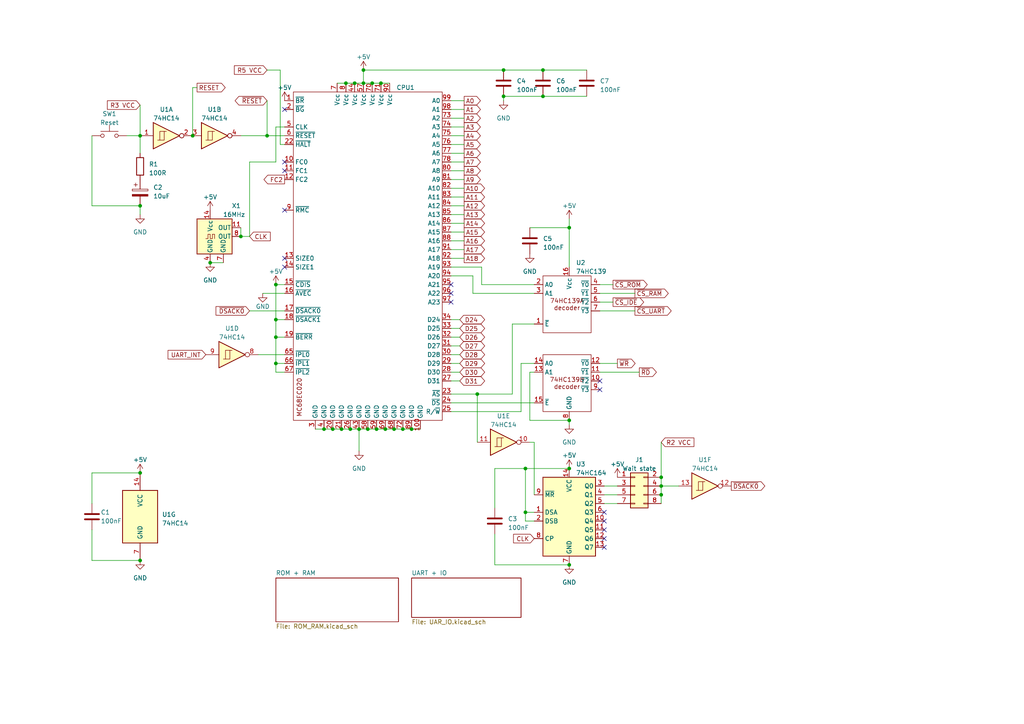
<source format=kicad_sch>
(kicad_sch (version 20230121) (generator eeschema)
  (paper "A4")
  (title_block (title "EC020-SBC") (date "2023-11-23") (rev "V0.12") (company "SVDW") (comment 1 "MC68EC020"))
  (lib_symbols
    (symbol "74xx:74HC14" (pin_names (offset 1.016))
      (property "Reference" "U" (at 0 1.27 0))
      (property "Value" "74HC14" (at 0 -1.27 0))
      (symbol "74HC14_1_0"
        (polyline (pts (xy -3.81 3.81) (xy -3.81 -3.81) (xy 3.81 0) (xy -3.81 3.81)) (stroke (width 0.254)) (fill (type background)))
        (pin input line (at -7.62 0 0) (length 3.81) (name "~") (number "1"))
        (pin output inverted (at 7.62 0 180) (length 3.81) (name "~") (number "2"))
      )
      (symbol "74HC14_1_1"
        (polyline (pts (xy -1.905 -1.27) (xy -1.905 1.27) (xy -0.635 1.27)))
        (polyline (pts (xy -2.54 -1.27) (xy -0.635 -1.27) (xy -0.635 1.27) (xy 0 1.27)))
      )
      (symbol "74HC14_2_0"
        (polyline (pts (xy -3.81 3.81) (xy -3.81 -3.81) (xy 3.81 0) (xy -3.81 3.81)) (stroke (width 0.254)) (fill (type background)))
        (pin input line (at -7.62 0 0) (length 3.81) (name "~") (number "3"))
        (pin output inverted (at 7.62 0 180) (length 3.81) (name "~") (number "4"))
      )
      (symbol "74HC14_2_1"
        (polyline (pts (xy -1.905 -1.27) (xy -1.905 1.27) (xy -0.635 1.27)))
        (polyline (pts (xy -2.54 -1.27) (xy -0.635 -1.27) (xy -0.635 1.27) (xy 0 1.27)))
      )
      (symbol "74HC14_3_0"
        (polyline (pts (xy -3.81 3.81) (xy -3.81 -3.81) (xy 3.81 0) (xy -3.81 3.81)) (stroke (width 0.254)) (fill (type background)))
        (pin input line (at -7.62 0 0) (length 3.81) (name "~") (number "5"))
        (pin output inverted (at 7.62 0 180) (length 3.81) (name "~") (number "6"))
      )
      (symbol "74HC14_3_1"
        (polyline (pts (xy -1.905 -1.27) (xy -1.905 1.27) (xy -0.635 1.27)))
        (polyline (pts (xy -2.54 -1.27) (xy -0.635 -1.27) (xy -0.635 1.27) (xy 0 1.27)))
      )
      (symbol "74HC14_4_0"
        (polyline (pts (xy -3.81 3.81) (xy -3.81 -3.81) (xy 3.81 0) (xy -3.81 3.81)) (stroke (width 0.254)) (fill (type background)))
        (pin output inverted (at 7.62 0 180) (length 3.81) (name "~") (number "8"))
        (pin input line (at -7.62 0 0) (length 3.81) (name "~") (number "9"))
      )
      (symbol "74HC14_4_1"
        (polyline (pts (xy -1.905 -1.27) (xy -1.905 1.27) (xy -0.635 1.27)))
        (polyline (pts (xy -2.54 -1.27) (xy -0.635 -1.27) (xy -0.635 1.27) (xy 0 1.27)))
      )
      (symbol "74HC14_5_0"
        (polyline (pts (xy -3.81 3.81) (xy -3.81 -3.81) (xy 3.81 0) (xy -3.81 3.81)) (stroke (width 0.254)) (fill (type background)))
        (pin output inverted (at 7.62 0 180) (length 3.81) (name "~") (number "10"))
        (pin input line (at -7.62 0 0) (length 3.81) (name "~") (number "11"))
      )
      (symbol "74HC14_5_1"
        (polyline (pts (xy -1.905 -1.27) (xy -1.905 1.27) (xy -0.635 1.27)))
        (polyline (pts (xy -2.54 -1.27) (xy -0.635 -1.27) (xy -0.635 1.27) (xy 0 1.27)))
      )
      (symbol "74HC14_6_0"
        (polyline (pts (xy -3.81 3.81) (xy -3.81 -3.81) (xy 3.81 0) (xy -3.81 3.81)) (stroke (width 0.254)) (fill (type background)))
        (pin output inverted (at 7.62 0 180) (length 3.81) (name "~") (number "12"))
        (pin input line (at -7.62 0 0) (length 3.81) (name "~") (number "13"))
      )
      (symbol "74HC14_6_1"
        (polyline (pts (xy -1.905 -1.27) (xy -1.905 1.27) (xy -0.635 1.27)))
        (polyline (pts (xy -2.54 -1.27) (xy -0.635 -1.27) (xy -0.635 1.27) (xy 0 1.27)))
      )
      (symbol "74HC14_7_0"
        (pin power_in line (at 0 12.7 270) (length 5.08) (name "VCC") (number "14"))
        (pin power_in line (at 0 -12.7 90) (length 5.08) (name "GND") (number "7"))
      )
      (symbol "74HC14_7_1"
        (rectangle (start -5.08 7.62) (end 5.08 -7.62) (stroke (width 0.254)) (fill (type background)))
      )
    )
    (symbol "74xx:74HC164"
      (property "Reference" "U" (at 1.905 -13.97 0))
      (property "Value" "74HC164" (at 1.905 -16.51 0))
      (symbol "74HC164_0_1"
        (rectangle (start 7.62 10.16) (end -7.62 -12.7) (stroke (width 0.254)) (fill (type background)))
      )
      (symbol "74HC164_1_1"
        (pin input line (at -10.16 0 0) (length 2.54) (name "DSA") (number "1"))
        (pin output line (at 10.16 -2.54 180) (length 2.54) (name "Q4") (number "10"))
        (pin output line (at 10.16 -5.08 180) (length 2.54) (name "Q5") (number "11"))
        (pin output line (at 10.16 -7.62 180) (length 2.54) (name "Q6") (number "12"))
        (pin output line (at 10.16 -10.16 180) (length 2.54) (name "Q7") (number "13"))
        (pin power_in line (at 0 12.7 270) (length 2.54) (name "VCC") (number "14"))
        (pin input line (at -10.16 -2.54 0) (length 2.54) (name "DSB") (number "2"))
        (pin output line (at 10.16 7.62 180) (length 2.54) (name "Q0") (number "3"))
        (pin output line (at 10.16 5.08 180) (length 2.54) (name "Q1") (number "4"))
        (pin output line (at 10.16 2.54 180) (length 2.54) (name "Q2") (number "5"))
        (pin output line (at 10.16 0 180) (length 2.54) (name "Q3") (number "6"))
        (pin power_in line (at 0 -15.24 90) (length 2.54) (name "GND") (number "7"))
        (pin input line (at -10.16 -7.62 0) (length 2.54) (name "CP") (number "8"))
        (pin input line (at -10.16 5.08 0) (length 2.54) (name "~{MR}") (number "9"))
      )
    )
    (symbol "Connector_Generic:Conn_02x04_Odd_Even" (pin_names (offset 1.016) hide)
      (property "Reference" "J" (at 1.27 5.08 0))
      (property "Value" "Conn_02x04_Odd_Even" (at 1.27 -7.62 0))
      (symbol "Conn_02x04_Odd_Even_1_1"
        (rectangle (start -1.27 -4.953) (end 0 -5.207) (stroke (width 0.1524)))
        (rectangle (start -1.27 -2.413) (end 0 -2.667) (stroke (width 0.1524)))
        (rectangle (start -1.27 0.127) (end 0 -0.127) (stroke (width 0.1524)))
        (rectangle (start -1.27 2.667) (end 0 2.413) (stroke (width 0.1524)))
        (rectangle (start -1.27 3.81) (end 3.81 -6.35) (stroke (width 0.254)) (fill (type background)))
        (rectangle (start 3.81 -4.953) (end 2.54 -5.207) (stroke (width 0.1524)))
        (rectangle (start 3.81 -2.413) (end 2.54 -2.667) (stroke (width 0.1524)))
        (rectangle (start 3.81 0.127) (end 2.54 -0.127) (stroke (width 0.1524)))
        (rectangle (start 3.81 2.667) (end 2.54 2.413) (stroke (width 0.1524)))
        (pin passive line (at -5.08 2.54 0) (length 3.81) (name "Pin_1") (number "1"))
        (pin passive line (at 7.62 2.54 180) (length 3.81) (name "Pin_2") (number "2"))
        (pin passive line (at -5.08 0 0) (length 3.81) (name "Pin_3") (number "3"))
        (pin passive line (at 7.62 0 180) (length 3.81) (name "Pin_4") (number "4"))
        (pin passive line (at -5.08 -2.54 0) (length 3.81) (name "Pin_5") (number "5"))
        (pin passive line (at 7.62 -2.54 180) (length 3.81) (name "Pin_6") (number "6"))
        (pin passive line (at -5.08 -5.08 0) (length 3.81) (name "Pin_7") (number "7"))
        (pin passive line (at 7.62 -5.08 180) (length 3.81) (name "Pin_8") (number "8"))
      )
    )
    (symbol "Device:C" (pin_numbers hide) (pin_names (offset 0.254))
      (property "Reference" "C" (at 0.635 2.54 0))
      (property "Value" "C" (at 0.635 -2.54 0))
      (symbol "C_0_1"
        (polyline (pts (xy -2.032 -0.762) (xy 2.032 -0.762)) (stroke (width 0.508)))
        (polyline (pts (xy -2.032 0.762) (xy 2.032 0.762)) (stroke (width 0.508)))
      )
      (symbol "C_1_1"
        (pin passive line (at 0 3.81 270) (length 2.794) (name "~") (number "1"))
        (pin passive line (at 0 -3.81 90) (length 2.794) (name "~") (number "2"))
      )
    )
    (symbol "Device:C_Polarized" (pin_numbers hide) (pin_names (offset 0.254))
      (property "Reference" "C" (at 0.635 2.54 0))
      (property "Value" "C_Polarized" (at 0.635 -2.54 0))
      (symbol "C_Polarized_0_1"
        (rectangle (start -2.286 0.508) (end 2.286 1.016))
        (polyline (pts (xy -1.778 2.286) (xy -0.762 2.286)))
        (polyline (pts (xy -1.27 2.794) (xy -1.27 1.778)))
        (rectangle (start 2.286 -0.508) (end -2.286 -1.016) (fill (type outline)))
      )
      (symbol "C_Polarized_1_1"
        (pin passive line (at 0 3.81 270) (length 2.794) (name "~") (number "1"))
        (pin passive line (at 0 -3.81 90) (length 2.794) (name "~") (number "2"))
      )
    )
    (symbol "Device:R" (pin_numbers hide) (pin_names (offset 0))
      (property "Reference" "R" (at 2.032 0 90))
      (property "Value" "R" (at 0 0 90))
      (symbol "R_0_1"
        (rectangle (start -1.016 -2.54) (end 1.016 2.54) (stroke (width 0.254)))
      )
      (symbol "R_1_1"
        (pin passive line (at 0 3.81 270) (length 1.27) (name "~") (number "1"))
        (pin passive line (at 0 -3.81 90) (length 1.27) (name "~") (number "2"))
      )
    )
    (symbol "Oscillator:ACO-xxxMHz" (pin_names (offset 0.254))
      (property "Reference" "X" (at -5.08 6.35 0))
      (property "Value" "ACO-xxxMHz" (at 1.27 -6.35 0))
      (symbol "ACO-xxxMHz_0_1"
        (rectangle (start -5.08 5.08) (end 5.08 -5.08) (stroke (width 0.254)) (fill (type background)))
        (polyline (pts (xy -2.54 -0.635) (xy -1.905 -0.635) (xy -1.905 0.635) (xy -1.27 0.635) (xy -1.27 -0.635) (xy -0.635 -0.635) (xy -0.635 0.635) (xy 0 0.635) (xy 0 -0.635)))
      )
      (symbol "ACO-xxxMHz_1_1"
        (pin no_connect line (at -5.08 1.27 0) (length 2.54) hide (name "NC") (number "1"))
        (pin tri_state line (at 7.62 2.54 180) (length 2.54) (name "OUT") (number "11"))
        (pin power_in line (at -1.27 7.62 270) (length 2.54) (name "Vcc") (number "14"))
        (pin power_in line (at -1.27 -7.62 90) (length 2.54) (name "GND") (number "4"))
        (pin power_in line (at 2.54 -7.62 90) (length 2.54) (name "GND") (number "7"))
        (pin tri_state line (at 7.62 0 180) (length 2.54) (name "OUT") (number "8"))
      )
    )
    (symbol "SVW_custom_lib:74HC139"
      (property "Reference" "U" (at 0 0 0))
      (property "Value" "74HC139" (at 0 0 0))
      (symbol "74HC139_0_0"
        (text "" (at -1.27 -21.59 0) (effects (font (size 1.27 1.27))))
        (text "" (at -1.27 1.27 0) (effects (font (size 1.27 1.27))))
        (text_box "74HC139A\ndecoder" (at -7.62 8.89 0) (size 13.97 -16.51) (effects (font (size 1.27 1.27))))
        (text_box "74HC139B\ndecoder" (at -7.62 -13.97 0) (size 13.97 -16.51) (effects (font (size 1.27 1.27))))
      )
      (symbol "74HC139_1_1"
        (pin input line (at -10.16 -5.08 0) (length 2.54) (name "~{E}") (number "1"))
        (pin output line (at 8.89 -21.59 180) (length 2.54) (name "~{Y2}") (number "10"))
        (pin output line (at 8.89 -19.05 180) (length 2.54) (name "~{Y1}") (number "11"))
        (pin output line (at 8.89 -16.51 180) (length 2.54) (name "~{Y0}") (number "12"))
        (pin input line (at -10.16 -19.05 0) (length 2.54) (name "A1") (number "13"))
        (pin input line (at -10.16 -16.51 0) (length 2.54) (name "A0") (number "14"))
        (pin input line (at -10.16 -27.94 0) (length 2.54) (name "~{E}") (number "15"))
        (pin power_in line (at 0 11.43 270) (length 2.54) (name "Vcc") (number "16"))
        (pin input line (at -10.16 6.35 0) (length 2.54) (name "A0") (number "2"))
        (pin input line (at -10.16 3.81 0) (length 2.54) (name "A1") (number "3"))
        (pin output line (at 8.89 6.35 180) (length 2.54) (name "~{Y0}") (number "4"))
        (pin output line (at 8.89 3.81 180) (length 2.54) (name "~{Y1}") (number "5"))
        (pin output line (at 8.89 1.27 180) (length 2.54) (name "~{Y2}") (number "6"))
        (pin output line (at 8.89 -1.27 180) (length 2.54) (name "~{Y3}") (number "7"))
        (pin power_in line (at 0 -33.02 90) (length 2.54) (name "GND") (number "8"))
        (pin output line (at 8.89 -24.13 180) (length 2.54) (name "~{Y3}") (number "9"))
      )
    )
    (symbol "SVW_custom_lib:MC68EC020"
      (property "Reference" "CPU" (at -17.78 5.08 0))
      (symbol "MC68EC020_0_0"
        (text_box "MC68EC020" (at -20.32 41.91 90) (size 43.18 -95.25) (fill (type color)) (effects (font (size 1.27 1.27)) (justify left top)))
      )
      (symbol "MC68EC020_1_1"
        (pin input line (at -22.86 39.37 0) (length 2.54) (name "~{BR}") (number "1"))
        (pin output line (at -22.86 21.59 0) (length 2.54) (name "FC0") (number "10"))
        (pin power_in line (at 16.51 -55.88 90) (length 2.54) (name "GND") (number "100"))
        (pin output line (at -22.86 19.05 0) (length 2.54) (name "FC1") (number "11"))
        (pin output line (at -22.86 16.51 0) (length 2.54) (name "FC2") (number "12"))
        (pin output line (at -22.86 -6.35 0) (length 2.54) (name "SIZE0") (number "13"))
        (pin output line (at -22.86 -8.89 0) (length 2.54) (name "SIZE1") (number "14"))
        (pin input line (at -22.86 -13.97 0) (length 2.54) (name "~{CDIS}") (number "15"))
        (pin input line (at -22.86 -16.51 0) (length 2.54) (name "~{AVEC}") (number "16"))
        (pin input line (at -22.86 -21.59 0) (length 2.54) (name "~{DSACK0}") (number "17"))
        (pin input line (at -22.86 -24.13 0) (length 2.54) (name "~{DSACK1}") (number "18"))
        (pin input line (at -22.86 -29.21 0) (length 2.54) (name "~{BERR}") (number "19"))
        (pin output line (at -22.86 36.83 0) (length 2.54) (name "~{BG}") (number "2"))
        (pin power_in line (at -8.89 -55.88 90) (length 2.54) (name "GND") (number "20"))
        (pin power_in line (at -6.35 -55.88 90) (length 2.54) (name "GND") (number "21"))
        (pin bidirectional line (at -22.86 26.67 0) (length 2.54) (name "~{HALT}") (number "22"))
        (pin output line (at 25.4 -45.72 180) (length 2.54) (name "~{AS}") (number "23"))
        (pin output line (at 25.4 -48.26 180) (length 2.54) (name "~{DS}") (number "24"))
        (pin output line (at 25.4 -50.8 180) (length 2.54) (name "R/~{W}") (number "25"))
        (pin power_in line (at -3.81 -55.88 90) (length 2.54) (name "GND") (number "26"))
        (pin bidirectional line (at 25.4 -41.91 180) (length 2.54) (name "D31") (number "27"))
        (pin bidirectional line (at 25.4 -39.37 180) (length 2.54) (name "D30") (number "28"))
        (pin bidirectional line (at 25.4 -36.83 180) (length 2.54) (name "D29") (number "29"))
        (pin power_in line (at -13.97 -55.88 90) (length 2.54) (name "GND") (number "3"))
        (pin bidirectional line (at 25.4 -34.29 180) (length 2.54) (name "D28") (number "30"))
        (pin bidirectional line (at 25.4 -31.75 180) (length 2.54) (name "D27") (number "31"))
        (pin bidirectional line (at 25.4 -29.21 180) (length 2.54) (name "D26") (number "32"))
        (pin bidirectional line (at 25.4 -26.67 180) (length 2.54) (name "D25") (number "33"))
        (pin bidirectional line (at 25.4 -24.13 180) (length 2.54) (name "D24") (number "34"))
        (pin power_in line (at -11.43 -55.88 90) (length 2.54) (name "GND") (number "4"))
        (pin power_in line (at -1.27 -55.88 90) (length 2.54) (name "GND") (number "43"))
        (pin power_in line (at -2.54 44.45 270) (length 2.54) (name "Vcc") (number "44"))
        (pin input line (at -22.86 31.75 0) (length 2.54) (name "CLK") (number "5"))
        (pin power_in line (at 0 44.45 270) (length 2.54) (name "Vcc") (number "57"))
        (pin power_in line (at 1.27 -55.88 90) (length 2.54) (name "GND") (number "58"))
        (pin power_in line (at 3.81 -55.88 90) (length 2.54) (name "GND") (number "59"))
        (pin bidirectional line (at -22.86 29.21 0) (length 2.54) (name "~{RESET}") (number "6"))
        (pin input line (at -22.86 -34.29 0) (length 2.54) (name "~{IPL0}") (number "65"))
        (pin input line (at -22.86 -36.83 0) (length 2.54) (name "~{IPL1}") (number "66"))
        (pin input line (at -22.86 -39.37 0) (length 2.54) (name "~{IPL2}") (number "67"))
        (pin power_in line (at 8.89 -55.88 90) (length 2.54) (name "GND") (number "68"))
        (pin power_in line (at 6.35 -55.88 90) (length 2.54) (name "GND") (number "69"))
        (pin power_in line (at -7.62 44.45 270) (length 2.54) (name "Vcc") (number "7"))
        (pin power_in line (at 2.54 44.45 270) (length 2.54) (name "Vcc") (number "70"))
        (pin power_in line (at 5.08 44.45 270) (length 2.54) (name "Vcc") (number "71"))
        (pin power_in line (at 11.43 -55.88 90) (length 2.54) (name "GND") (number "72"))
        (pin output line (at 25.4 34.29 180) (length 2.54) (name "A2") (number "73"))
        (pin output line (at 25.4 31.75 180) (length 2.54) (name "A3") (number "74"))
        (pin output line (at 25.4 29.21 180) (length 2.54) (name "A4") (number "75"))
        (pin output line (at 25.4 26.67 180) (length 2.54) (name "A5") (number "76"))
        (pin output line (at 25.4 24.13 180) (length 2.54) (name "A6") (number "77"))
        (pin output line (at 25.4 21.59 180) (length 2.54) (name "A7") (number "78"))
        (pin power_in line (at -5.08 44.45 270) (length 2.54) (name "Vcc") (number "8"))
        (pin output line (at 25.4 19.05 180) (length 2.54) (name "A8") (number "80"))
        (pin output line (at 25.4 16.51 180) (length 2.54) (name "A9") (number "81"))
        (pin output line (at 25.4 13.97 180) (length 2.54) (name "A10") (number "82"))
        (pin output line (at 25.4 11.43 180) (length 2.54) (name "A11") (number "83"))
        (pin output line (at 25.4 8.89 180) (length 2.54) (name "A12") (number "84"))
        (pin output line (at 25.4 6.35 180) (length 2.54) (name "A13") (number "85"))
        (pin output line (at 25.4 3.81 180) (length 2.54) (name "A14") (number "86"))
        (pin output line (at 25.4 1.27 180) (length 2.54) (name "A15") (number "87"))
        (pin output line (at 25.4 -1.27 180) (length 2.54) (name "A16") (number "88"))
        (pin power_in line (at 13.97 -55.88 90) (length 2.54) (name "GND") (number "89"))
        (pin output line (at -22.86 7.62 0) (length 2.54) (name "~{RMC}") (number "9"))
        (pin power_in line (at 7.62 44.45 270) (length 2.54) (name "Vcc") (number "90"))
        (pin output line (at 25.4 -3.81 180) (length 2.54) (name "A17") (number "91"))
        (pin output line (at 25.4 -6.35 180) (length 2.54) (name "A18") (number "92"))
        (pin output line (at 25.4 -8.89 180) (length 2.54) (name "A19") (number "93"))
        (pin output line (at 25.4 -11.43 180) (length 2.54) (name "A20") (number "94"))
        (pin output line (at 25.4 -13.97 180) (length 2.54) (name "A21") (number "95"))
        (pin output line (at 25.4 -16.51 180) (length 2.54) (name "A22") (number "96"))
        (pin output line (at 25.4 -19.05 180) (length 2.54) (name "A23") (number "97"))
        (pin output line (at 25.4 36.83 180) (length 2.54) (name "A1") (number "98"))
        (pin output line (at 25.4 39.37 180) (length 2.54) (name "A0") (number "99"))
      )
    )
    (symbol "Switch:SW_Push" (pin_numbers hide) (pin_names (offset 1.016) hide)
      (property "Reference" "SW" (at 1.27 2.54 0))
      (property "Value" "SW_Push" (at 0 -1.524 0))
      (symbol "SW_Push_0_1"
        (circle (center -2.032 0) (radius 0.508))
        (polyline (pts (xy 0 1.27) (xy 0 3.048)))
        (polyline (pts (xy 2.54 1.27) (xy -2.54 1.27)))
        (circle (center 2.032 0) (radius 0.508))
        (pin passive line (at -5.08 0 0) (length 2.54) (name "1") (number "1"))
        (pin passive line (at 5.08 0 180) (length 2.54) (name "2") (number "2"))
      )
    )
    (symbol "power:+5V" (power) (pin_names (offset 0))
      (property "Value" "+5V" (at 0 3.556 0))
      (symbol "+5V_0_1"
        (polyline (pts (xy -0.762 1.27) (xy 0 2.54)))
        (polyline (pts (xy 0 0) (xy 0 2.54)))
        (polyline (pts (xy 0 2.54) (xy 0.762 1.27)))
      )
      (symbol "+5V_1_1"
        (pin power_in line (at 0 0 90) (length 0) hide (name "+5V") (number "1"))
      )
    )
    (symbol "power:GND" (power) (pin_names (offset 0))
      (property "Value" "GND" (at 0 -3.81 0))
      (symbol "GND_0_1"
        (polyline (pts (xy 0 0) (xy 0 -1.27) (xy 1.27 -1.27) (xy 0 -2.54) (xy -1.27 -1.27) (xy 0 -1.27)))
      )
      (symbol "GND_1_1"
        (pin power_in line (at 0 0 270) (length 0) hide (name "GND") (number "1"))
      )
    )
  )
  (junction (at 80.01 92.71))
  (junction (at 40.64 39.37))
  (junction (at 101.6 124.46))
  (junction (at 191.77 143.51))
  (junction (at 191.77 138.43))
  (junction (at 146.05 27.94))
  (junction (at 152.4 148.59))
  (junction (at 40.64 59.69))
  (junction (at 40.64 162.56))
  (junction (at 165.1 66.04))
  (junction (at 146.05 20.32))
  (junction (at 93.98 124.46))
  (junction (at 191.77 140.97))
  (junction (at 80.01 105.41))
  (junction (at 105.41 20.32))
  (junction (at 157.48 27.94))
  (junction (at 102.87 24.13))
  (junction (at 105.41 24.13))
  (junction (at 80.01 82.55))
  (junction (at 165.1 135.89))
  (junction (at 109.22 124.46))
  (junction (at 116.84 124.46))
  (junction (at 165.1 121.92))
  (junction (at 100.33 24.13))
  (junction (at 107.95 24.13))
  (junction (at 96.52 124.46))
  (junction (at 138.43 114.3))
  (junction (at 60.96 76.2))
  (junction (at 77.47 39.37))
  (junction (at 114.3 124.46))
  (junction (at 99.06 124.46))
  (junction (at 55.88 39.37))
  (junction (at 80.01 97.79))
  (junction (at 110.49 24.13))
  (junction (at 157.48 20.32))
  (junction (at 40.64 137.16))
  (junction (at 104.14 124.46))
  (junction (at 111.76 124.46))
  (junction (at 119.38 124.46))
  (junction (at 69.85 68.58))
  (junction (at 165.1 163.83))
  (junction (at 106.68 124.46))
  (junction (at 152.4 135.89))
  (no_connect (at 130.81 87.63))
  (no_connect (at 130.81 82.55))
  (no_connect (at 82.55 74.93))
  (no_connect (at 175.26 153.67))
  (no_connect (at 173.99 110.49))
  (no_connect (at 175.26 156.21))
  (no_connect (at 82.55 49.53))
  (no_connect (at 175.26 158.75))
  (no_connect (at 82.55 77.47))
  (no_connect (at 175.26 151.13))
  (no_connect (at 173.99 113.03))
  (no_connect (at 82.55 46.99))
  (no_connect (at 82.55 60.96))
  (no_connect (at 130.81 85.09))
  (no_connect (at 82.55 31.75))
  (no_connect (at 175.26 148.59))
  (wire (pts (xy 130.81 29.21) (xy 134.62 29.21)))
  (wire (pts (xy 173.99 87.63) (xy 177.8 87.63)))
  (wire (pts (xy 130.81 80.01) (xy 137.16 80.01)))
  (wire (pts (xy 137.16 85.09) (xy 154.94 85.09)))
  (wire (pts (xy 191.77 128.27) (xy 191.77 138.43)))
  (wire (pts (xy 130.81 110.49) (xy 133.35 110.49)))
  (wire (pts (xy 154.94 151.13) (xy 152.4 151.13)))
  (wire (pts (xy 146.05 27.94) (xy 146.05 29.21)))
  (wire (pts (xy 110.49 24.13) (xy 113.03 24.13)))
  (wire (pts (xy 175.26 143.51) (xy 179.07 143.51)))
  (wire (pts (xy 102.87 24.13) (xy 105.41 24.13)))
  (wire (pts (xy 173.99 82.55) (xy 177.8 82.55)))
  (wire (pts (xy 130.81 31.75) (xy 134.62 31.75)))
  (wire (pts (xy 130.81 49.53) (xy 134.62 49.53)))
  (wire (pts (xy 100.33 24.13) (xy 102.87 24.13)))
  (wire (pts (xy 130.81 105.41) (xy 133.35 105.41)))
  (wire (pts (xy 82.55 82.55) (xy 80.01 82.55)))
  (wire (pts (xy 81.28 20.32) (xy 81.28 41.91)))
  (wire (pts (xy 153.67 128.27) (xy 154.94 128.27)))
  (wire (pts (xy 116.84 124.46) (xy 119.38 124.46)))
  (wire (pts (xy 104.14 124.46) (xy 106.68 124.46)))
  (wire (pts (xy 80.01 107.95) (xy 82.55 107.95)))
  (wire (pts (xy 69.85 39.37) (xy 77.47 39.37)))
  (wire (pts (xy 173.99 85.09) (xy 184.15 85.09)))
  (wire (pts (xy 72.39 90.17) (xy 82.55 90.17)))
  (wire (pts (xy 60.96 76.2) (xy 64.77 76.2)))
  (wire (pts (xy 165.1 121.92) (xy 165.1 123.19)))
  (wire (pts (xy 106.68 124.46) (xy 109.22 124.46)))
  (wire (pts (xy 173.99 105.41) (xy 179.07 105.41)))
  (wire (pts (xy 109.22 124.46) (xy 111.76 124.46)))
  (wire (pts (xy 130.81 52.07) (xy 134.62 52.07)))
  (wire (pts (xy 139.7 82.55) (xy 154.94 82.55)))
  (wire (pts (xy 80.01 82.55) (xy 80.01 92.71)))
  (wire (pts (xy 130.81 100.33) (xy 133.35 100.33)))
  (wire (pts (xy 148.59 114.3) (xy 148.59 93.98)))
  (wire (pts (xy 80.01 105.41) (xy 80.01 107.95)))
  (wire (pts (xy 151.13 105.41) (xy 151.13 119.38)))
  (wire (pts (xy 154.94 128.27) (xy 154.94 143.51)))
  (wire (pts (xy 40.64 39.37) (xy 40.64 44.45)))
  (wire (pts (xy 137.16 85.09) (xy 137.16 80.01)))
  (wire (pts (xy 175.26 146.05) (xy 179.07 146.05)))
  (wire (pts (xy 130.81 44.45) (xy 134.62 44.45)))
  (wire (pts (xy 82.55 92.71) (xy 80.01 92.71)))
  (wire (pts (xy 26.67 162.56) (xy 26.67 153.67)))
  (wire (pts (xy 157.48 20.32) (xy 170.18 20.32)))
  (wire (pts (xy 80.01 46.99) (xy 72.39 46.99)))
  (wire (pts (xy 154.94 105.41) (xy 151.13 105.41)))
  (wire (pts (xy 157.48 27.94) (xy 170.18 27.94)))
  (wire (pts (xy 77.47 39.37) (xy 82.55 39.37)))
  (wire (pts (xy 143.51 147.32) (xy 143.51 135.89)))
  (wire (pts (xy 152.4 148.59) (xy 152.4 135.89)))
  (wire (pts (xy 130.81 95.25) (xy 133.35 95.25)))
  (wire (pts (xy 130.81 92.71) (xy 133.35 92.71)))
  (wire (pts (xy 80.01 97.79) (xy 80.01 105.41)))
  (wire (pts (xy 130.81 116.84) (xy 154.94 116.84)))
  (wire (pts (xy 146.05 27.94) (xy 157.48 27.94)))
  (wire (pts (xy 81.28 20.32) (xy 77.47 20.32)))
  (wire (pts (xy 105.41 24.13) (xy 107.95 24.13)))
  (wire (pts (xy 74.93 102.87) (xy 82.55 102.87)))
  (wire (pts (xy 153.67 121.92) (xy 165.1 121.92)))
  (wire (pts (xy 130.81 114.3) (xy 138.43 114.3)))
  (wire (pts (xy 72.39 46.99) (xy 72.39 68.58)))
  (wire (pts (xy 82.55 97.79) (xy 80.01 97.79)))
  (wire (pts (xy 111.76 124.46) (xy 114.3 124.46)))
  (wire (pts (xy 191.77 140.97) (xy 196.85 140.97)))
  (wire (pts (xy 130.81 41.91) (xy 134.62 41.91)))
  (wire (pts (xy 72.39 68.58) (xy 69.85 68.58)))
  (wire (pts (xy 81.28 41.91) (xy 82.55 41.91)))
  (wire (pts (xy 130.81 77.47) (xy 139.7 77.47)))
  (wire (pts (xy 143.51 163.83) (xy 165.1 163.83)))
  (wire (pts (xy 130.81 119.38) (xy 151.13 119.38)))
  (wire (pts (xy 55.88 25.4) (xy 57.15 25.4)))
  (wire (pts (xy 91.44 124.46) (xy 93.98 124.46)))
  (wire (pts (xy 40.64 162.56) (xy 26.67 162.56)))
  (wire (pts (xy 105.41 20.32) (xy 105.41 24.13)))
  (wire (pts (xy 143.51 154.94) (xy 143.51 163.83)))
  (wire (pts (xy 36.83 39.37) (xy 40.64 39.37)))
  (wire (pts (xy 138.43 114.3) (xy 148.59 114.3)))
  (wire (pts (xy 130.81 72.39) (xy 134.62 72.39)))
  (wire (pts (xy 130.81 59.69) (xy 134.62 59.69)))
  (wire (pts (xy 130.81 62.23) (xy 134.62 62.23)))
  (wire (pts (xy 130.81 67.31) (xy 134.62 67.31)))
  (wire (pts (xy 153.67 66.04) (xy 165.1 66.04)))
  (wire (pts (xy 173.99 90.17) (xy 184.15 90.17)))
  (wire (pts (xy 40.64 59.69) (xy 40.64 62.23)))
  (wire (pts (xy 96.52 124.46) (xy 99.06 124.46)))
  (wire (pts (xy 54.61 39.37) (xy 55.88 39.37)))
  (wire (pts (xy 148.59 93.98) (xy 154.94 93.98)))
  (wire (pts (xy 130.81 54.61) (xy 134.62 54.61)))
  (wire (pts (xy 99.06 124.46) (xy 101.6 124.46)))
  (wire (pts (xy 26.67 59.69) (xy 40.64 59.69)))
  (wire (pts (xy 80.01 36.83) (xy 80.01 46.99)))
  (wire (pts (xy 175.26 140.97) (xy 179.07 140.97)))
  (wire (pts (xy 130.81 74.93) (xy 134.62 74.93)))
  (wire (pts (xy 26.67 39.37) (xy 26.67 59.69)))
  (wire (pts (xy 93.98 124.46) (xy 96.52 124.46)))
  (wire (pts (xy 143.51 135.89) (xy 152.4 135.89)))
  (wire (pts (xy 130.81 39.37) (xy 134.62 39.37)))
  (wire (pts (xy 101.6 124.46) (xy 104.14 124.46)))
  (wire (pts (xy 153.67 107.95) (xy 153.67 121.92)))
  (wire (pts (xy 139.7 77.47) (xy 139.7 82.55)))
  (wire (pts (xy 105.41 20.32) (xy 146.05 20.32)))
  (wire (pts (xy 130.81 97.79) (xy 133.35 97.79)))
  (wire (pts (xy 146.05 20.32) (xy 157.48 20.32)))
  (wire (pts (xy 104.14 124.46) (xy 104.14 130.81)))
  (wire (pts (xy 191.77 138.43) (xy 191.77 140.97)))
  (wire (pts (xy 26.67 137.16) (xy 26.67 146.05)))
  (wire (pts (xy 191.77 143.51) (xy 191.77 146.05)))
  (wire (pts (xy 76.2 85.09) (xy 82.55 85.09)))
  (wire (pts (xy 40.64 30.48) (xy 40.64 39.37)))
  (wire (pts (xy 114.3 124.46) (xy 116.84 124.46)))
  (wire (pts (xy 165.1 63.5) (xy 165.1 66.04)))
  (wire (pts (xy 152.4 135.89) (xy 165.1 135.89)))
  (wire (pts (xy 40.64 137.16) (xy 26.67 137.16)))
  (wire (pts (xy 130.81 36.83) (xy 134.62 36.83)))
  (wire (pts (xy 130.81 107.95) (xy 133.35 107.95)))
  (wire (pts (xy 97.79 24.13) (xy 100.33 24.13)))
  (wire (pts (xy 138.43 114.3) (xy 138.43 128.27)))
  (wire (pts (xy 165.1 66.04) (xy 165.1 77.47)))
  (wire (pts (xy 152.4 151.13) (xy 152.4 148.59)))
  (wire (pts (xy 173.99 107.95) (xy 185.42 107.95)))
  (wire (pts (xy 191.77 140.97) (xy 191.77 143.51)))
  (wire (pts (xy 130.81 34.29) (xy 134.62 34.29)))
  (wire (pts (xy 154.94 148.59) (xy 152.4 148.59)))
  (wire (pts (xy 69.85 66.04) (xy 69.85 68.58)))
  (wire (pts (xy 80.01 92.71) (xy 80.01 97.79)))
  (wire (pts (xy 107.95 24.13) (xy 110.49 24.13)))
  (wire (pts (xy 154.94 107.95) (xy 153.67 107.95)))
  (wire (pts (xy 130.81 69.85) (xy 134.62 69.85)))
  (wire (pts (xy 82.55 105.41) (xy 80.01 105.41)))
  (wire (pts (xy 119.38 124.46) (xy 121.92 124.46)))
  (wire (pts (xy 55.88 25.4) (xy 55.88 39.37)))
  (wire (pts (xy 82.55 36.83) (xy 80.01 36.83)))
  (wire (pts (xy 77.47 29.21) (xy 77.47 39.37)))
  (wire (pts (xy 130.81 57.15) (xy 134.62 57.15)))
  (wire (pts (xy 130.81 46.99) (xy 134.62 46.99)))
  (wire (pts (xy 130.81 64.77) (xy 134.62 64.77)))
  (wire (pts (xy 130.81 102.87) (xy 133.35 102.87)))
  (global_label "~{WR}" (shape output) (at 179.07 105.41 0) (property "Intersheetrefs" "${INTERSHEET_REFS}" (effects hide)))
  (global_label "D24" (shape bidirectional) (at 133.35 92.71 0) (property "Intersheetrefs" "${INTERSHEET_REFS}" (effects hide)))
  (global_label "FC2" (shape output) (at 82.55 52.07 180) (property "Intersheetrefs" "${INTERSHEET_REFS}" (effects hide)))
  (global_label "CLK" (shape input) (at 154.94 156.21 180) (property "Intersheetrefs" "${INTERSHEET_REFS}" (effects hide)))
  (global_label "~{DSACK0}" (shape output) (at 212.09 140.97 0) (property "Intersheetrefs" "${INTERSHEET_REFS}" (effects hide)))
  (global_label "~{RD}" (shape output) (at 185.42 107.95 0) (property "Intersheetrefs" "${INTERSHEET_REFS}" (effects hide)))
  (global_label "A8" (shape output) (at 134.62 49.53 0) (property "Intersheetrefs" "${INTERSHEET_REFS}" (effects hide)))
  (global_label "~{RESET}" (shape bidirectional) (at 77.47 29.21 180) (property "Intersheetrefs" "${INTERSHEET_REFS}" (effects hide)))
  (global_label "~{CS_IDE}" (shape output) (at 177.8 87.63 0) (property "Intersheetrefs" "${INTERSHEET_REFS}" (effects hide)))
  (global_label "A1" (shape output) (at 134.62 31.75 0) (property "Intersheetrefs" "${INTERSHEET_REFS}" (effects hide)))
  (global_label "A12" (shape output) (at 134.62 59.69 0) (property "Intersheetrefs" "${INTERSHEET_REFS}" (effects hide)))
  (global_label "A4" (shape output) (at 134.62 39.37 0) (property "Intersheetrefs" "${INTERSHEET_REFS}" (effects hide)))
  (global_label "A10" (shape output) (at 134.62 54.61 0) (property "Intersheetrefs" "${INTERSHEET_REFS}" (effects hide)))
  (global_label "A5" (shape output) (at 134.62 41.91 0) (property "Intersheetrefs" "${INTERSHEET_REFS}" (effects hide)))
  (global_label "A3" (shape output) (at 134.62 36.83 0) (property "Intersheetrefs" "${INTERSHEET_REFS}" (effects hide)))
  (global_label "R3 VCC" (shape input) (at 40.64 30.48 180) (property "Intersheetrefs" "${INTERSHEET_REFS}" (effects hide)))
  (global_label "A13" (shape output) (at 134.62 62.23 0) (property "Intersheetrefs" "${INTERSHEET_REFS}" (effects hide)))
  (global_label "A0" (shape output) (at 134.62 29.21 0) (property "Intersheetrefs" "${INTERSHEET_REFS}" (effects hide)))
  (global_label "D25" (shape bidirectional) (at 133.35 95.25 0) (property "Intersheetrefs" "${INTERSHEET_REFS}" (effects hide)))
  (global_label "A2" (shape output) (at 134.62 34.29 0) (property "Intersheetrefs" "${INTERSHEET_REFS}" (effects hide)))
  (global_label "UART_INT" (shape input) (at 59.69 102.87 180) (property "Intersheetrefs" "${INTERSHEET_REFS}" (effects hide)))
  (global_label "RESET" (shape output) (at 57.15 25.4 0) (property "Intersheetrefs" "${INTERSHEET_REFS}" (effects hide)))
  (global_label "A15" (shape output) (at 134.62 67.31 0) (property "Intersheetrefs" "${INTERSHEET_REFS}" (effects hide)))
  (global_label "D29" (shape bidirectional) (at 133.35 105.41 0) (property "Intersheetrefs" "${INTERSHEET_REFS}" (effects hide)))
  (global_label "A14" (shape output) (at 134.62 64.77 0) (property "Intersheetrefs" "${INTERSHEET_REFS}" (effects hide)))
  (global_label "A18" (shape output) (at 134.62 74.93 0) (property "Intersheetrefs" "${INTERSHEET_REFS}" (effects hide)))
  (global_label "D27" (shape bidirectional) (at 133.35 100.33 0) (property "Intersheetrefs" "${INTERSHEET_REFS}" (effects hide)))
  (global_label "~{CS_ROM}" (shape output) (at 177.8 82.55 0) (property "Intersheetrefs" "${INTERSHEET_REFS}" (effects hide)))
  (global_label "A7" (shape output) (at 134.62 46.99 0) (property "Intersheetrefs" "${INTERSHEET_REFS}" (effects hide)))
  (global_label "~{DSACK0}" (shape input) (at 72.39 90.17 180) (property "Intersheetrefs" "${INTERSHEET_REFS}" (effects hide)))
  (global_label "D30" (shape bidirectional) (at 133.35 107.95 0) (property "Intersheetrefs" "${INTERSHEET_REFS}" (effects hide)))
  (global_label "A6" (shape output) (at 134.62 44.45 0) (property "Intersheetrefs" "${INTERSHEET_REFS}" (effects hide)))
  (global_label "CLK" (shape input) (at 72.39 68.58 0) (property "Intersheetrefs" "${INTERSHEET_REFS}" (effects hide)))
  (global_label "A16" (shape output) (at 134.62 69.85 0) (property "Intersheetrefs" "${INTERSHEET_REFS}" (effects hide)))
  (global_label "R2 VCC" (shape input) (at 191.77 128.27 0) (property "Intersheetrefs" "${INTERSHEET_REFS}" (effects hide)))
  (global_label "A17" (shape output) (at 134.62 72.39 0) (property "Intersheetrefs" "${INTERSHEET_REFS}" (effects hide)))
  (global_label "~{CS_UART}" (shape output) (at 184.15 90.17 0) (property "Intersheetrefs" "${INTERSHEET_REFS}" (effects hide)))
  (global_label "~{CS_RAM}" (shape output) (at 184.15 85.09 0) (property "Intersheetrefs" "${INTERSHEET_REFS}" (effects hide)))
  (global_label "D26" (shape bidirectional) (at 133.35 97.79 0) (property "Intersheetrefs" "${INTERSHEET_REFS}" (effects hide)))
  (global_label "D28" (shape bidirectional) (at 133.35 102.87 0) (property "Intersheetrefs" "${INTERSHEET_REFS}" (effects hide)))
  (global_label "A11" (shape output) (at 134.62 57.15 0) (property "Intersheetrefs" "${INTERSHEET_REFS}" (effects hide)))
  (global_label "D31" (shape bidirectional) (at 133.35 110.49 0) (property "Intersheetrefs" "${INTERSHEET_REFS}" (effects hide)))
  (global_label "A9" (shape output) (at 134.62 52.07 0) (property "Intersheetrefs" "${INTERSHEET_REFS}" (effects hide)))
  (global_label "R5 VCC" (shape input) (at 77.47 20.32 180) (property "Intersheetrefs" "${INTERSHEET_REFS}" (effects hide)))
  (symbol (lib_id "Device:C_Polarized") (at 40.64 55.88 0) (unit 1)
    (property "Reference" "C2" (at 44.45 54.356 0) (effects (justify left)))
    (property "Value" "10uF" (at 44.45 56.896 0) (effects (justify left)))
    (property "Footprint" "Capacitor_THT:CP_Radial_D4.0mm_P2.00mm" (effects hide))
  )
  (symbol (lib_id "power:+5V") (at 165.1 63.5 0) (unit 1)
    (property "Reference" "#PWR013" (effects hide))
    (property "Value" "+5V" (at 165.1 59.69 0))
  )
  (symbol (lib_id "Device:C") (at 143.51 151.13 0) (unit 1)
    (property "Reference" "C3" (at 147.32 150.495 0) (effects (justify left)))
    (property "Value" "100nF" (at 147.32 153.035 0) (effects (justify left)))
    (property "Footprint" "Capacitor_THT:C_Disc_D7.0mm_W2.5mm_P5.00mm" (effects hide))
  )
  (symbol (lib_id "power:GND") (at 60.96 76.2 0) (unit 1)
    (property "Reference" "#PWR05" (effects hide))
    (property "Value" "GND" (at 60.96 81.28 0))
  )
  (symbol (lib_id "power:+5V") (at 82.55 29.21 0) (unit 1)
    (property "Reference" "#PWR08" (effects hide))
    (property "Value" "+5V" (at 82.55 25.4 0))
  )
  (symbol (lib_id "Device:R") (at 40.64 48.26 0) (unit 1)
    (property "Reference" "R1" (at 43.18 47.625 0) (effects (justify left)))
    (property "Value" "100R" (at 43.18 50.165 0) (effects (justify left)))
    (property "Footprint" "Resistor_THT:R_Axial_DIN0207_L6.3mm_D2.5mm_P10.16mm_Horizontal" (effects hide))
  )
  (symbol (lib_id "power:GND") (at 146.05 29.21 0) (unit 1)
    (property "Reference" "#PWR011" (effects hide))
    (property "Value" "GND" (at 146.05 34.29 0))
  )
  (symbol (lib_id "power:+5V") (at 105.41 20.32 0) (unit 1)
    (property "Reference" "#PWR010" (effects hide))
    (property "Value" "+5V" (at 105.41 16.51 0))
  )
  (symbol (lib_id "Switch:SW_Push") (at 31.75 39.37 0) (unit 1)
    (property "Reference" "SW1" (at 31.75 33.02 0))
    (property "Value" "Reset" (at 31.75 35.56 0))
    (property "Footprint" "Button_Switch_THT:KSA_Tactile_SPST" (effects hide))
  )
  (symbol (lib_id "Device:C") (at 157.48 24.13 0) (unit 1)
    (property "Reference" "C6" (at 161.29 23.495 0) (effects (justify left)))
    (property "Value" "100nF" (at 161.29 26.035 0) (effects (justify left)))
    (property "Footprint" "Capacitor_THT:C_Disc_D7.0mm_W2.5mm_P5.00mm" (effects hide))
  )
  (symbol (lib_id "power:GND") (at 40.64 162.56 0) (unit 1)
    (property "Reference" "#PWR03" (effects hide))
    (property "Value" "GND" (at 40.64 167.64 0))
  )
  (symbol (lib_id "Device:C") (at 170.18 24.13 0) (unit 1)
    (property "Reference" "C7" (at 173.99 23.495 0) (effects (justify left)))
    (property "Value" "100nF" (at 173.99 26.035 0) (effects (justify left)))
    (property "Footprint" "Capacitor_THT:C_Disc_D7.0mm_W2.5mm_P5.00mm" (effects hide))
  )
  (symbol (lib_id "power:+5V") (at 179.07 138.43 0) (unit 1)
    (property "Reference" "#PWR017" (effects hide))
    (property "Value" "+5V" (at 179.07 134.62 0))
  )
  (symbol (lib_id "power:GND") (at 40.64 62.23 0) (unit 1)
    (property "Reference" "#PWR01" (effects hide))
    (property "Value" "GND" (at 40.64 67.31 0))
  )
  (symbol (lib_id "74xx:74HC14") (at 48.26 39.37 0) (unit 1)
    (property "Reference" "U1" (at 48.26 31.75 0))
    (property "Value" "74HC14" (at 48.26 34.29 0))
    (property "Footprint" "Package_DIP:DIP-14_W7.62mm_Socket_LongPads" (effects hide))
    (property "Datasheet" "http://www.ti.com/lit/gpn/sn74HC14" (effects hide))
  )
  (symbol (lib_id "power:+5V") (at 80.01 82.55 0) (unit 1)
    (property "Reference" "#PWR07" (effects hide))
    (property "Value" "+5V" (at 80.01 78.74 0))
  )
  (symbol (lib_id "Device:C") (at 26.67 149.86 0) (unit 1)
    (property "Reference" "C1" (at 29.21 148.59 0) (effects (justify left)))
    (property "Value" "100nF" (at 29.21 151.13 0) (effects (justify left)))
    (property "Footprint" "Capacitor_THT:C_Disc_D7.0mm_W2.5mm_P5.00mm" (effects hide))
  )
  (symbol (lib_id "SVW_custom_lib:MC68EC020") (at 105.41 68.58 0) (unit 1)
    (property "Reference" "CPU1" (at 114.9859 25.4 0) (effects (justify left)))
    (property "Value" "MC68EC020" (effects hide))
    (property "Footprint" "Package_QFP:PQFP-100_14x20mm_P0.65mm" (effects hide))
  )
  (symbol (lib_id "power:GND") (at 165.1 123.19 0) (unit 1)
    (property "Reference" "#PWR014" (effects hide))
    (property "Value" "GND" (at 165.1 128.27 0))
  )
  (symbol (lib_id "power:GND") (at 165.1 163.83 0) (unit 1)
    (property "Reference" "#PWR016" (effects hide))
    (property "Value" "GND" (at 165.1 168.91 0))
  )
  (symbol (lib_id "power:GND") (at 104.14 130.81 0) (unit 1)
    (property "Reference" "#PWR09" (effects hide))
    (property "Value" "GND" (at 104.14 135.89 0))
  )
  (symbol (lib_id "74xx:74HC14") (at 40.64 149.86 0) (unit 7)
    (property "Reference" "U1" (at 46.99 149.225 0) (effects (justify left)))
    (property "Value" "74HC14" (at 46.99 151.765 0) (effects (justify left)))
    (property "Footprint" "Package_DIP:DIP-14_W7.62mm_Socket_LongPads" (effects hide))
    (property "Datasheet" "http://www.ti.com/lit/gpn/sn74HC14" (effects hide))
  )
  (symbol (lib_id "Connector_Generic:Conn_02x04_Odd_Even") (at 184.15 140.97 0) (unit 1)
    (property "Reference" "J1" (at 185.42 133.35 0))
    (property "Value" "Wait state" (at 185.42 135.89 0))
    (property "Footprint" "Connector_PinHeader_2.54mm:PinHeader_2x04_P2.54mm_Vertical" (effects hide))
  )
  (symbol (lib_id "74xx:74HC164") (at 165.1 148.59 0) (unit 1)
    (property "Reference" "U3" (at 167.0559 134.62 0) (effects (justify left)))
    (property "Value" "74HC164" (at 167.0559 137.16 0) (effects (justify left)))
    (property "Footprint" "Package_DIP:DIP-14_W7.62mm_Socket_LongPads" (effects hide))
    (property "Datasheet" "https://assets.nexperia.com/documents/data-sheet/74HC_HCT164.pdf" (effects hide))
  )
  (symbol (lib_id "74xx:74HC14") (at 204.47 140.97 0) (unit 6)
    (property "Reference" "U1" (at 204.47 133.35 0))
    (property "Value" "74HC14" (at 204.47 135.89 0))
    (property "Footprint" "Package_DIP:DIP-14_W7.62mm_Socket_LongPads" (effects hide))
    (property "Datasheet" "http://www.ti.com/lit/gpn/sn74HC14" (effects hide))
  )
  (symbol (lib_id "Oscillator:ACO-xxxMHz") (at 62.23 68.58 0) (unit 1)
    (property "Reference" "X1" (at 69.85 59.69 0) (effects (justify right)))
    (property "Value" "16MHz" (at 71.12 62.23 0) (effects (justify right)))
    (property "Footprint" "Oscillator:Oscillator_DIP-8+DIP-14_LargePads_SVW" (effects hide))
    (property "Datasheet" "http://www.conwin.com/datasheets/cx/cx030.pdf" (effects hide))
  )
  (symbol (lib_id "Device:C") (at 146.05 24.13 0) (unit 1)
    (property "Reference" "C4" (at 149.86 23.495 0) (effects (justify left)))
    (property "Value" "100nF" (at 149.86 26.035 0) (effects (justify left)))
    (property "Footprint" "Capacitor_THT:C_Disc_D7.0mm_W2.5mm_P5.00mm" (effects hide))
  )
  (symbol (lib_id "Device:C") (at 153.67 69.85 0) (unit 1)
    (property "Reference" "C5" (at 157.48 69.215 0) (effects (justify left)))
    (property "Value" "100nF" (at 157.48 71.755 0) (effects (justify left)))
    (property "Footprint" "Capacitor_THT:C_Disc_D7.0mm_W2.5mm_P5.00mm" (effects hide))
  )
  (symbol (lib_id "power:+5V") (at 165.1 135.89 0) (unit 1)
    (property "Reference" "#PWR015" (effects hide))
    (property "Value" "+5V" (at 165.1 132.08 0))
  )
  (symbol (lib_id "74xx:74HC14") (at 67.31 102.87 0) (unit 4)
    (property "Reference" "U1" (at 67.31 95.25 0))
    (property "Value" "74HC14" (at 67.31 97.79 0))
    (property "Footprint" "Package_DIP:DIP-14_W7.62mm_Socket_LongPads" (effects hide))
    (property "Datasheet" "http://www.ti.com/lit/gpn/sn74HC14" (effects hide))
  )
  (symbol (lib_id "power:+5V") (at 40.64 137.16 0) (unit 1)
    (property "Reference" "#PWR02" (effects hide))
    (property "Value" "+5V" (at 40.64 133.35 0))
  )
  (symbol (lib_id "74xx:74HC14") (at 146.05 128.27 0) (unit 5)
    (property "Reference" "U1" (at 146.05 120.65 0))
    (property "Value" "74HC14" (at 146.05 123.19 0))
    (property "Footprint" "Package_DIP:DIP-14_W7.62mm_Socket_LongPads" (effects hide))
    (property "Datasheet" "http://www.ti.com/lit/gpn/sn74HC14" (effects hide))
  )
  (symbol (lib_id "power:+5V") (at 60.96 60.96 0) (unit 1)
    (property "Reference" "#PWR04" (effects hide))
    (property "Value" "+5V" (at 60.96 57.15 0))
  )
  (symbol (lib_id "SVW_custom_lib:74HC139") (at 165.1 88.9 0) (unit 1)
    (property "Reference" "U2" (at 167.0559 76.2 0) (effects (justify left)))
    (property "Value" "74HC139" (at 167.0559 78.74 0) (effects (justify left)))
    (property "Footprint" "Package_DIP:DIP-16_W7.62mm_Socket_LongPads" (effects hide))
  )
  (symbol (lib_id "74xx:74HC14") (at 62.23 39.37 0) (unit 2)
    (property "Reference" "U1" (at 62.23 31.75 0))
    (property "Value" "74HC14" (at 62.23 34.29 0))
    (property "Footprint" "Package_DIP:DIP-14_W7.62mm_Socket_LongPads" (effects hide))
    (property "Datasheet" "http://www.ti.com/lit/gpn/sn74HC14" (effects hide))
  )
  (symbol (lib_id "power:GND") (at 76.2 85.09 0) (unit 1)
    (property "Reference" "#PWR06" (effects hide))
    (property "Value" "GND" (at 76.2 88.9 0))
  )
  (symbol (lib_id "power:GND") (at 153.67 73.66 0) (unit 1)
    (property "Reference" "#PWR012" (effects hide))
    (property "Value" "GND" (at 153.67 78.74 0))
  )
  (sheet (at 80.01 167.64) (size 35.56 12.7) (stroke (width 0.1524))
    (property "Sheetname" "ROM + RAM" (at 80.01 166.9284 0) (effects (justify left bottom)))
    (property "Sheetfile" "ROM_RAM.kicad_sch" (at 80.01 180.9246 0) (effects (justify left top)))
  )
  (sheet (at 119.38 167.64) (size 31.75 11.43) (stroke (width 0.1524))
    (property "Sheetname" "UART + IO" (at 119.38 166.9284 0) (effects (justify left bottom)))
    (property "Sheetfile" "UAR_IO.kicad_sch" (at 119.38 179.6546 0) (effects (justify left top)))
  )
)
</source>
